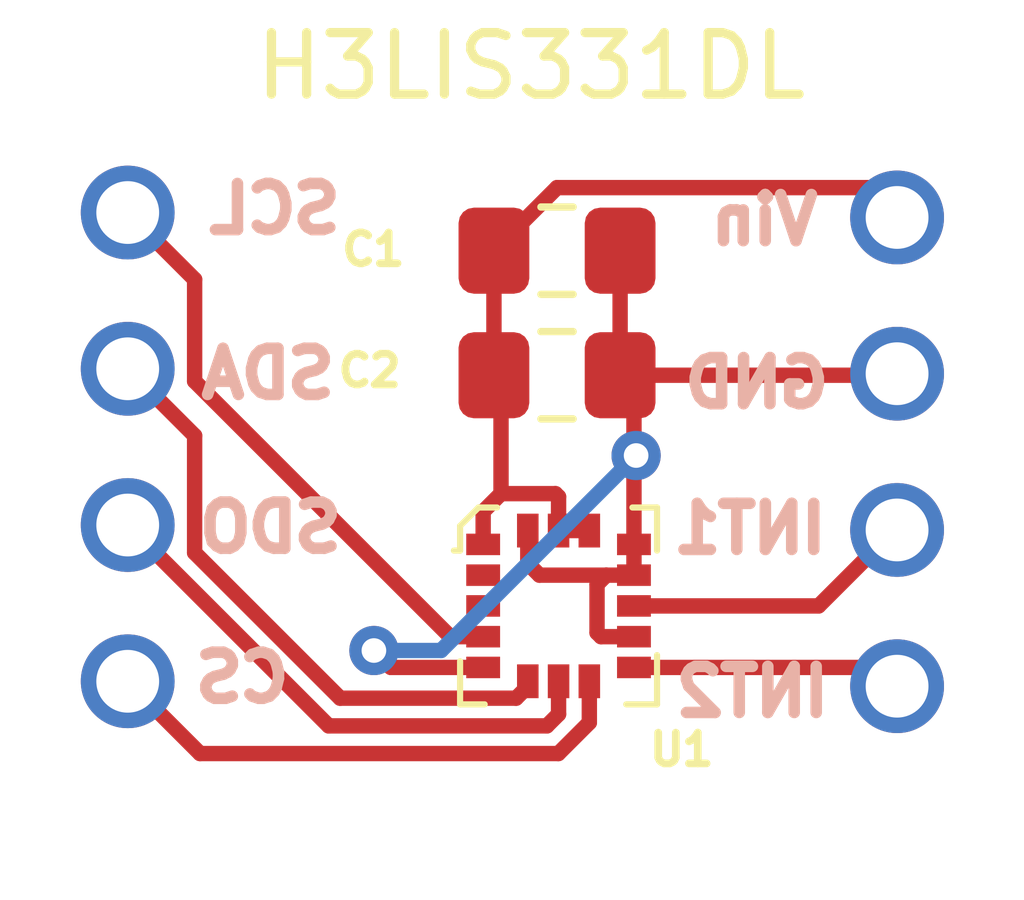
<source format=kicad_pcb>
(kicad_pcb (version 20171130) (host pcbnew "(5.1.6)-1")

  (general
    (thickness 1.6)
    (drawings 12)
    (tracks 55)
    (zones 0)
    (modules 5)
    (nets 11)
  )

  (page A4)
  (layers
    (0 F.Cu signal)
    (31 B.Cu signal)
    (32 B.Adhes user)
    (33 F.Adhes user)
    (34 B.Paste user)
    (35 F.Paste user)
    (36 B.SilkS user)
    (37 F.SilkS user)
    (38 B.Mask user)
    (39 F.Mask user)
    (40 Dwgs.User user)
    (41 Cmts.User user)
    (42 Eco1.User user)
    (43 Eco2.User user)
    (44 Edge.Cuts user)
    (45 Margin user)
    (46 B.CrtYd user)
    (47 F.CrtYd user)
    (48 B.Fab user)
    (49 F.Fab user)
  )

  (setup
    (last_trace_width 0.25)
    (trace_clearance 0.2)
    (zone_clearance 0.508)
    (zone_45_only no)
    (trace_min 0.2)
    (via_size 0.8)
    (via_drill 0.4)
    (via_min_size 0.4)
    (via_min_drill 0.3)
    (uvia_size 0.3)
    (uvia_drill 0.1)
    (uvias_allowed no)
    (uvia_min_size 0.2)
    (uvia_min_drill 0.1)
    (edge_width 0.05)
    (segment_width 0.2)
    (pcb_text_width 0.3)
    (pcb_text_size 1.5 1.5)
    (mod_edge_width 0.12)
    (mod_text_size 1 1)
    (mod_text_width 0.15)
    (pad_size 1.524 1.524)
    (pad_drill 0.762)
    (pad_to_mask_clearance 0.05)
    (aux_axis_origin 0 0)
    (visible_elements 7FFFFFFF)
    (pcbplotparams
      (layerselection 0x010fc_ffffffff)
      (usegerberextensions false)
      (usegerberattributes true)
      (usegerberadvancedattributes true)
      (creategerberjobfile true)
      (excludeedgelayer true)
      (linewidth 0.100000)
      (plotframeref false)
      (viasonmask false)
      (mode 1)
      (useauxorigin false)
      (hpglpennumber 1)
      (hpglpenspeed 20)
      (hpglpendiameter 15.000000)
      (psnegative false)
      (psa4output false)
      (plotreference true)
      (plotvalue true)
      (plotinvisibletext false)
      (padsonsilk false)
      (subtractmaskfromsilk false)
      (outputformat 1)
      (mirror false)
      (drillshape 1)
      (scaleselection 1)
      (outputdirectory ""))
  )

  (net 0 "")
  (net 1 GND)
  (net 2 "Net-(C1-Pad2)")
  (net 3 "Net-(U1-Pad4)")
  (net 4 "Net-(U1-Pad3)")
  (net 5 "Net-(U1-Pad2)")
  (net 6 "Net-(U1-Pad8)")
  (net 7 "Net-(U1-Pad7)")
  (net 8 "Net-(U1-Pad6)")
  (net 9 "Net-(U1-Pad9)")
  (net 10 "Net-(U1-Pad11)")

  (net_class Default "This is the default net class."
    (clearance 0.2)
    (trace_width 0.25)
    (via_dia 0.8)
    (via_drill 0.4)
    (uvia_dia 0.3)
    (uvia_drill 0.1)
    (add_net GND)
    (add_net "Net-(C1-Pad2)")
    (add_net "Net-(U1-Pad11)")
    (add_net "Net-(U1-Pad2)")
    (add_net "Net-(U1-Pad3)")
    (add_net "Net-(U1-Pad4)")
    (add_net "Net-(U1-Pad6)")
    (add_net "Net-(U1-Pad7)")
    (add_net "Net-(U1-Pad8)")
    (add_net "Net-(U1-Pad9)")
  )

  (module ERFSEDS:4_Pin_Header (layer F.Cu) (tedit 5ED40AE0) (tstamp 5ED5AC45)
    (at 151.5 86.08 180)
    (path /5ED4C101)
    (fp_text reference U3 (at 0.03 -2.48) (layer F.SilkS) hide
      (effects (font (size 0.5 0.5) (thickness 0.125)))
    )
    (fp_text value 4_Pin_header (at 0.13 -1.46) (layer F.Fab)
      (effects (font (size 0.25 0.25) (thickness 0.0625)))
    )
    (pad 1 thru_hole circle (at 0 0 180) (size 1.524 1.524) (drill 1.02) (layers *.Cu *.Mask)
      (net 9 "Net-(U1-Pad9)"))
    (pad 2 thru_hole circle (at 0 2.54 180) (size 1.524 1.524) (drill 1.02) (layers *.Cu *.Mask)
      (net 10 "Net-(U1-Pad11)"))
    (pad 3 thru_hole circle (at 0 5.08 180) (size 1.524 1.524) (drill 1.02) (layers *.Cu *.Mask)
      (net 1 GND))
    (pad 4 thru_hole circle (at 0 7.62 180) (size 1.524 1.524) (drill 1.02) (layers *.Cu *.Mask)
      (net 2 "Net-(C1-Pad2)"))
  )

  (module digikey-footprints:TFLGA-16_3x3mm (layer F.Cu) (tedit 5D28A750) (tstamp 5ED5AC3D)
    (at 146 84.775)
    (descr http://www.st.com/content/ccc/resource/technical/document/datasheet/3e/48/02/c7/a4/e6/41/bb/DM00053090.pdf/files/DM00053090.pdf/jcr:content/translations/en.DM00053090.pdf)
    (path /5ED433B9)
    (attr smd)
    (fp_text reference U1 (at 2 2.335) (layer F.SilkS)
      (effects (font (size 0.5 0.5) (thickness 0.125)))
    )
    (fp_text value H3LIS331DL (at -0.45 -8.775) (layer F.SilkS)
      (effects (font (size 1 1) (thickness 0.15)))
    )
    (fp_line (start -1.5 1.5) (end 1.5 1.5) (layer F.Fab) (width 0.1))
    (fp_line (start 1.5 -1.5) (end 1.5 1.5) (layer F.Fab) (width 0.1))
    (fp_line (start -1.5 -1.2) (end -1.2 -1.5) (layer F.Fab) (width 0.1))
    (fp_line (start -1.2 -1.5) (end 1.5 -1.5) (layer F.Fab) (width 0.1))
    (fp_line (start -1.5 -1.2) (end -1.5 1.5) (layer F.Fab) (width 0.1))
    (fp_line (start -1.6 -0.9) (end -1.7 -0.9) (layer F.SilkS) (width 0.1))
    (fp_line (start -1.6 -1.3) (end -1.6 -0.9) (layer F.SilkS) (width 0.1))
    (fp_line (start -1.3 -1.6) (end -1.6 -1.3) (layer F.SilkS) (width 0.1))
    (fp_line (start -1 -1.6) (end -1.3 -1.6) (layer F.SilkS) (width 0.1))
    (fp_line (start 1.6 -1.6) (end 1.6 -0.9) (layer F.SilkS) (width 0.1))
    (fp_line (start 1.2 -1.6) (end 1.6 -1.6) (layer F.SilkS) (width 0.1))
    (fp_line (start 1.6 1.6) (end 1.6 0.8) (layer F.SilkS) (width 0.1))
    (fp_line (start 1.1 1.6) (end 1.6 1.6) (layer F.SilkS) (width 0.1))
    (fp_line (start -1.6 1.6) (end -1.2 1.6) (layer F.SilkS) (width 0.1))
    (fp_line (start -1.6 0.9) (end -1.6 1.6) (layer F.SilkS) (width 0.1))
    (fp_line (start 1.75 -1.75) (end -1.75 -1.75) (layer F.CrtYd) (width 0.05))
    (fp_line (start 1.75 1.75) (end 1.75 -1.75) (layer F.CrtYd) (width 0.05))
    (fp_line (start -1.75 1.75) (end 1.75 1.75) (layer F.CrtYd) (width 0.05))
    (fp_line (start -1.75 -1.75) (end -1.75 1.75) (layer F.CrtYd) (width 0.05))
    (pad 8 smd rect (at 0.5 1.225) (size 0.35 0.55) (layers F.Cu F.Paste F.Mask)
      (net 6 "Net-(U1-Pad8)"))
    (pad 7 smd rect (at 0 1.225) (size 0.35 0.55) (layers F.Cu F.Paste F.Mask)
      (net 7 "Net-(U1-Pad7)"))
    (pad 6 smd rect (at -0.5 1.225) (size 0.35 0.55) (layers F.Cu F.Paste F.Mask)
      (net 8 "Net-(U1-Pad6)"))
    (pad 13 smd rect (at 1.225 -1) (size 0.55 0.35) (layers F.Cu F.Paste F.Mask)
      (net 1 GND))
    (pad 12 smd rect (at 1.225 -0.5) (size 0.55 0.35) (layers F.Cu F.Paste F.Mask)
      (net 1 GND))
    (pad 9 smd rect (at 1.225 1) (size 0.55 0.35) (layers F.Cu F.Paste F.Mask)
      (net 9 "Net-(U1-Pad9)"))
    (pad 10 smd rect (at 1.225 0.5) (size 0.55 0.35) (layers F.Cu F.Paste F.Mask)
      (net 1 GND))
    (pad 11 smd rect (at 1.225 0) (size 0.55 0.35) (layers F.Cu F.Paste F.Mask)
      (net 10 "Net-(U1-Pad11)"))
    (pad 14 smd rect (at 0.5 -1.225) (size 0.35 0.55) (layers F.Cu F.Paste F.Mask)
      (net 2 "Net-(C1-Pad2)"))
    (pad 16 smd rect (at -0.5 -1.225) (size 0.35 0.55) (layers F.Cu F.Paste F.Mask)
      (net 1 GND))
    (pad 15 smd rect (at 0 -1.225) (size 0.35 0.55) (layers F.Cu F.Paste F.Mask)
      (net 2 "Net-(C1-Pad2)"))
    (pad 5 smd rect (at -1.225 1) (size 0.55 0.35) (layers F.Cu F.Paste F.Mask)
      (net 1 GND))
    (pad 4 smd rect (at -1.225 0.5) (size 0.55 0.35) (layers F.Cu F.Paste F.Mask)
      (net 3 "Net-(U1-Pad4)"))
    (pad 1 smd rect (at -1.225 -1) (size 0.55 0.35) (layers F.Cu F.Paste F.Mask)
      (net 2 "Net-(C1-Pad2)"))
    (pad 2 smd rect (at -1.225 -0.5) (size 0.55 0.35) (layers F.Cu F.Paste F.Mask)
      (net 5 "Net-(U1-Pad2)"))
    (pad 3 smd rect (at -1.225 0) (size 0.55 0.35) (layers F.Cu F.Paste F.Mask)
      (net 4 "Net-(U1-Pad3)"))
  )

  (module ERFSEDS:4_Pin_Header (layer F.Cu) (tedit 5ED40AE0) (tstamp 5ED5AC15)
    (at 139 78.38)
    (path /5ED4C1EF)
    (fp_text reference U2 (at -0.1 10.3) (layer F.SilkS) hide
      (effects (font (size 0.5 0.5) (thickness 0.125)))
    )
    (fp_text value 4_Pin_header (at -0.01 9.28) (layer F.Fab) hide
      (effects (font (size 0.25 0.25) (thickness 0.0625)))
    )
    (pad 4 thru_hole circle (at 0 7.62) (size 1.524 1.524) (drill 1.02) (layers *.Cu *.Mask)
      (net 6 "Net-(U1-Pad8)"))
    (pad 3 thru_hole circle (at 0 5.08) (size 1.524 1.524) (drill 1.02) (layers *.Cu *.Mask)
      (net 7 "Net-(U1-Pad7)"))
    (pad 2 thru_hole circle (at 0 2.54) (size 1.524 1.524) (drill 1.02) (layers *.Cu *.Mask)
      (net 8 "Net-(U1-Pad6)"))
    (pad 1 thru_hole circle (at 0 0) (size 1.524 1.524) (drill 1.02) (layers *.Cu *.Mask)
      (net 3 "Net-(U1-Pad4)"))
  )

  (module Capacitor_SMD:C_0805_2012Metric_Pad1.15x1.40mm_HandSolder (layer F.Cu) (tedit 5B36C52B) (tstamp 5ED5AC0D)
    (at 145.975 81.025 180)
    (descr "Capacitor SMD 0805 (2012 Metric), square (rectangular) end terminal, IPC_7351 nominal with elongated pad for handsoldering. (Body size source: https://docs.google.com/spreadsheets/d/1BsfQQcO9C6DZCsRaXUlFlo91Tg2WpOkGARC1WS5S8t0/edit?usp=sharing), generated with kicad-footprint-generator")
    (tags "capacitor handsolder")
    (path /5ED465BB)
    (attr smd)
    (fp_text reference C2 (at 3.045 0.075) (layer F.SilkS)
      (effects (font (size 0.5 0.5) (thickness 0.125)))
    )
    (fp_text value 0.1uF (at 3.115 -0.755) (layer F.Fab)
      (effects (font (size 0.5 0.5) (thickness 0.125)))
    )
    (fp_line (start 1.85 0.95) (end -1.85 0.95) (layer F.CrtYd) (width 0.05))
    (fp_line (start 1.85 -0.95) (end 1.85 0.95) (layer F.CrtYd) (width 0.05))
    (fp_line (start -1.85 -0.95) (end 1.85 -0.95) (layer F.CrtYd) (width 0.05))
    (fp_line (start -1.85 0.95) (end -1.85 -0.95) (layer F.CrtYd) (width 0.05))
    (fp_line (start -0.261252 0.71) (end 0.261252 0.71) (layer F.SilkS) (width 0.12))
    (fp_line (start -0.261252 -0.71) (end 0.261252 -0.71) (layer F.SilkS) (width 0.12))
    (fp_line (start 1 0.6) (end -1 0.6) (layer F.Fab) (width 0.1))
    (fp_line (start 1 -0.6) (end 1 0.6) (layer F.Fab) (width 0.1))
    (fp_line (start -1 -0.6) (end 1 -0.6) (layer F.Fab) (width 0.1))
    (fp_line (start -1 0.6) (end -1 -0.6) (layer F.Fab) (width 0.1))
    (fp_text user %R (at 0 0) (layer F.Fab)
      (effects (font (size 0.5 0.5) (thickness 0.08)))
    )
    (pad 2 smd roundrect (at 1.025 0 180) (size 1.15 1.4) (layers F.Cu F.Paste F.Mask) (roundrect_rratio 0.217391)
      (net 2 "Net-(C1-Pad2)"))
    (pad 1 smd roundrect (at -1.025 0 180) (size 1.15 1.4) (layers F.Cu F.Paste F.Mask) (roundrect_rratio 0.217391)
      (net 1 GND))
    (model ${KISYS3DMOD}/Capacitor_SMD.3dshapes/C_0805_2012Metric.wrl
      (at (xyz 0 0 0))
      (scale (xyz 1 1 1))
      (rotate (xyz 0 0 0))
    )
  )

  (module Capacitor_SMD:C_0805_2012Metric_Pad1.15x1.40mm_HandSolder (layer F.Cu) (tedit 5B36C52B) (tstamp 5ED5ABFC)
    (at 145.975 79 180)
    (descr "Capacitor SMD 0805 (2012 Metric), square (rectangular) end terminal, IPC_7351 nominal with elongated pad for handsoldering. (Body size source: https://docs.google.com/spreadsheets/d/1BsfQQcO9C6DZCsRaXUlFlo91Tg2WpOkGARC1WS5S8t0/edit?usp=sharing), generated with kicad-footprint-generator")
    (tags "capacitor handsolder")
    (path /5ED45136)
    (attr smd)
    (fp_text reference C1 (at 2.985 0.02) (layer F.SilkS)
      (effects (font (size 0.5 0.5) (thickness 0.125)))
    )
    (fp_text value 10uF (at 2.895 0.83) (layer F.Fab)
      (effects (font (size 0.5 0.5) (thickness 0.125)))
    )
    (fp_line (start 1.85 0.95) (end -1.85 0.95) (layer F.CrtYd) (width 0.05))
    (fp_line (start 1.85 -0.95) (end 1.85 0.95) (layer F.CrtYd) (width 0.05))
    (fp_line (start -1.85 -0.95) (end 1.85 -0.95) (layer F.CrtYd) (width 0.05))
    (fp_line (start -1.85 0.95) (end -1.85 -0.95) (layer F.CrtYd) (width 0.05))
    (fp_line (start -0.261252 0.71) (end 0.261252 0.71) (layer F.SilkS) (width 0.12))
    (fp_line (start -0.261252 -0.71) (end 0.261252 -0.71) (layer F.SilkS) (width 0.12))
    (fp_line (start 1 0.6) (end -1 0.6) (layer F.Fab) (width 0.1))
    (fp_line (start 1 -0.6) (end 1 0.6) (layer F.Fab) (width 0.1))
    (fp_line (start -1 -0.6) (end 1 -0.6) (layer F.Fab) (width 0.1))
    (fp_line (start -1 0.6) (end -1 -0.6) (layer F.Fab) (width 0.1))
    (fp_text user %R (at 0 0) (layer F.Fab)
      (effects (font (size 0.5 0.5) (thickness 0.08)))
    )
    (pad 2 smd roundrect (at 1.025 0 180) (size 1.15 1.4) (layers F.Cu F.Paste F.Mask) (roundrect_rratio 0.217391)
      (net 2 "Net-(C1-Pad2)"))
    (pad 1 smd roundrect (at -1.025 0 180) (size 1.15 1.4) (layers F.Cu F.Paste F.Mask) (roundrect_rratio 0.217391)
      (net 1 GND))
    (model ${KISYS3DMOD}/Capacitor_SMD.3dshapes/C_0805_2012Metric.wrl
      (at (xyz 0 0 0))
      (scale (xyz 1 1 1))
      (rotate (xyz 0 0 0))
    )
  )

  (gr_text CS (at 140.86 85.94) (layer B.SilkS)
    (effects (font (size 0.75 0.75) (thickness 0.1875)) (justify mirror))
  )
  (gr_text SDO (at 141.32 83.5) (layer B.SilkS)
    (effects (font (size 0.75 0.75) (thickness 0.1875)) (justify mirror))
  )
  (gr_text SDA (at 141.28 81) (layer B.SilkS)
    (effects (font (size 0.75 0.75) (thickness 0.1875)) (justify mirror))
  )
  (gr_text SCL (at 141.39 78.32) (layer B.SilkS)
    (effects (font (size 0.75 0.75) (thickness 0.1875)) (justify mirror))
  )
  (gr_text INT2 (at 149.15 86.17) (layer B.SilkS)
    (effects (font (size 0.75 0.75) (thickness 0.1875)) (justify mirror))
  )
  (gr_text INT1 (at 149.11 83.52) (layer B.SilkS)
    (effects (font (size 0.75 0.75) (thickness 0.1875)) (justify mirror))
  )
  (gr_text GND (at 149.22 81.15) (layer B.SilkS)
    (effects (font (size 0.75 0.75) (thickness 0.1875)) (justify mirror))
  )
  (gr_text Vin (at 149.34 78.5) (layer B.SilkS)
    (effects (font (size 0.75 0.75) (thickness 0.1875)) (justify mirror))
  )
  (gr_line (start 137 89.5) (end 137 75) (layer Dwgs.User) (width 0.15) (tstamp 5ED5B140))
  (gr_line (start 153.5 89.5) (end 137 89.5) (layer Dwgs.User) (width 0.15))
  (gr_line (start 153.5 75) (end 153.5 89.5) (layer Dwgs.User) (width 0.15))
  (gr_line (start 137 75) (end 153.5 75) (layer Dwgs.User) (width 0.15))

  (via (at 147.26 82.33) (size 0.8) (drill 0.4) (layers F.Cu B.Cu) (net 1))
  (via (at 143 85.5) (size 0.8) (drill 0.4) (layers F.Cu B.Cu) (net 1))
  (segment (start 143.275 85.775) (end 143 85.5) (width 0.25) (layer F.Cu) (net 1))
  (segment (start 144.775 85.775) (end 143.275 85.775) (width 0.25) (layer F.Cu) (net 1))
  (segment (start 147.224999 84.274999) (end 147.225 84.275) (width 0.25) (layer F.Cu) (net 1))
  (segment (start 145.5 83.55) (end 145.499999 84.085001) (width 0.25) (layer F.Cu) (net 1))
  (segment (start 145.499999 84.085001) (end 145.689997 84.274999) (width 0.25) (layer F.Cu) (net 1))
  (segment (start 146.624999 85.210001) (end 146.624999 84.424999) (width 0.25) (layer F.Cu) (net 1))
  (segment (start 146.689999 85.275001) (end 146.624999 85.210001) (width 0.25) (layer F.Cu) (net 1))
  (segment (start 146.624999 84.424999) (end 146.774999 84.274999) (width 0.25) (layer F.Cu) (net 1))
  (segment (start 147.225 85.275) (end 146.689999 85.275001) (width 0.25) (layer F.Cu) (net 1))
  (segment (start 145.689997 84.274999) (end 146.774999 84.274999) (width 0.25) (layer F.Cu) (net 1))
  (segment (start 146.774999 84.274999) (end 147.224999 84.274999) (width 0.25) (layer F.Cu) (net 1))
  (segment (start 147.225 84.275) (end 147.225 83.775) (width 0.25) (layer F.Cu) (net 1))
  (segment (start 147 79) (end 147 81.025) (width 0.25) (layer F.Cu) (net 1))
  (segment (start 147.225 81.25) (end 147 81.025) (width 0.25) (layer F.Cu) (net 1))
  (segment (start 147.225 83.775) (end 147.225 81.25) (width 0.25) (layer F.Cu) (net 1))
  (segment (start 151.475 81.025) (end 151.5 81) (width 0.25) (layer F.Cu) (net 1))
  (segment (start 147 81.025) (end 151.475 81.025) (width 0.25) (layer F.Cu) (net 1))
  (segment (start 144.09 85.5) (end 147.26 82.33) (width 0.25) (layer B.Cu) (net 1))
  (segment (start 143 85.5) (end 144.09 85.5) (width 0.25) (layer B.Cu) (net 1))
  (segment (start 146.5 83.55) (end 146 83.55) (width 0.25) (layer F.Cu) (net 2))
  (segment (start 144.775 83.775) (end 144.775 83.239998) (width 0.25) (layer F.Cu) (net 2))
  (segment (start 145.064999 82.949999) (end 145.949999 82.949999) (width 0.25) (layer F.Cu) (net 2))
  (segment (start 145.949999 82.949999) (end 146 83) (width 0.25) (layer F.Cu) (net 2))
  (segment (start 144.775 83.239998) (end 145.064999 82.949999) (width 0.25) (layer F.Cu) (net 2))
  (segment (start 146 83.55) (end 146 83) (width 0.25) (layer F.Cu) (net 2))
  (segment (start 145.064999 81.139999) (end 144.95 81.025) (width 0.25) (layer F.Cu) (net 2))
  (segment (start 145.064999 82.949999) (end 145.064999 81.139999) (width 0.25) (layer F.Cu) (net 2))
  (segment (start 144.95 81.025) (end 144.95 79) (width 0.25) (layer F.Cu) (net 2))
  (segment (start 151.01499 77.97499) (end 151.5 78.46) (width 0.25) (layer F.Cu) (net 2))
  (segment (start 145.97501 77.97499) (end 151.01499 77.97499) (width 0.25) (layer F.Cu) (net 2))
  (segment (start 144.95 79) (end 145.97501 77.97499) (width 0.25) (layer F.Cu) (net 2))
  (segment (start 140.175021 87.175021) (end 139 86) (width 0.25) (layer F.Cu) (net 6))
  (segment (start 146.5 86.671412) (end 145.996391 87.175021) (width 0.25) (layer F.Cu) (net 6))
  (segment (start 145.996391 87.175021) (end 140.175021 87.175021) (width 0.25) (layer F.Cu) (net 6))
  (segment (start 146.5 86) (end 146.5 86.671412) (width 0.25) (layer F.Cu) (net 6))
  (segment (start 142.265011 86.725011) (end 139 83.46) (width 0.25) (layer F.Cu) (net 7))
  (segment (start 145.809991 86.725011) (end 142.265011 86.725011) (width 0.25) (layer F.Cu) (net 7))
  (segment (start 146.000001 86.535001) (end 145.809991 86.725011) (width 0.25) (layer F.Cu) (net 7))
  (segment (start 146 86) (end 146.000001 86.535001) (width 0.25) (layer F.Cu) (net 7))
  (segment (start 140.087001 82.007001) (end 139 80.92) (width 0.25) (layer F.Cu) (net 8))
  (segment (start 145.5 86.085002) (end 145.310001 86.275001) (width 0.25) (layer F.Cu) (net 8))
  (segment (start 142.451411 86.275001) (end 140.087001 83.910591) (width 0.25) (layer F.Cu) (net 8))
  (segment (start 145.5 86) (end 145.5 86.085002) (width 0.25) (layer F.Cu) (net 8))
  (segment (start 145.310001 86.275001) (end 142.451411 86.275001) (width 0.25) (layer F.Cu) (net 8))
  (segment (start 140.087001 83.910591) (end 140.087001 82.007001) (width 0.25) (layer F.Cu) (net 8))
  (segment (start 140.087001 81.122003) (end 140.087001 79.467001) (width 0.25) (layer F.Cu) (net 3))
  (segment (start 140.087001 79.467001) (end 139 78.38) (width 0.25) (layer F.Cu) (net 3))
  (segment (start 144.239999 85.275001) (end 140.087001 81.122003) (width 0.25) (layer F.Cu) (net 3))
  (segment (start 144.775 85.275) (end 144.239999 85.275001) (width 0.25) (layer F.Cu) (net 3))
  (segment (start 151.235 85.775) (end 151.5 86.04) (width 0.25) (layer F.Cu) (net 9))
  (segment (start 147.225 85.775) (end 151.235 85.775) (width 0.25) (layer F.Cu) (net 9))
  (segment (start 150.225 84.775) (end 151.5 83.5) (width 0.25) (layer F.Cu) (net 10))
  (segment (start 147.225 84.775) (end 150.225 84.775) (width 0.25) (layer F.Cu) (net 10))

)

</source>
